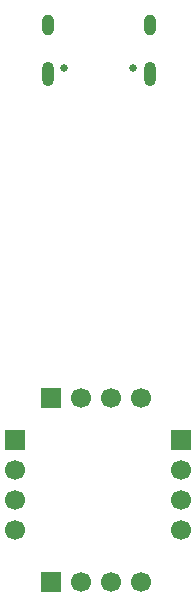
<source format=gbr>
%TF.GenerationSoftware,KiCad,Pcbnew,9.0.4*%
%TF.CreationDate,2025-12-27T15:03:28+03:00*%
%TF.ProjectId,Blinky _hristmas ball,426c696e-6b79-4202-9168-726973746d61,rev?*%
%TF.SameCoordinates,Original*%
%TF.FileFunction,Soldermask,Bot*%
%TF.FilePolarity,Negative*%
%FSLAX46Y46*%
G04 Gerber Fmt 4.6, Leading zero omitted, Abs format (unit mm)*
G04 Created by KiCad (PCBNEW 9.0.4) date 2025-12-27 15:03:28*
%MOMM*%
%LPD*%
G01*
G04 APERTURE LIST*
%ADD10R,1.700000X1.700000*%
%ADD11C,1.700000*%
%ADD12C,0.650000*%
%ADD13O,1.000000X2.100000*%
%ADD14O,1.000000X1.800000*%
G04 APERTURE END LIST*
D10*
%TO.C,X4*%
X88900000Y-82090000D03*
D11*
X88900000Y-84630000D03*
X88900000Y-87170000D03*
X88900000Y-89710000D03*
%TD*%
D10*
%TO.C,X5*%
X91990000Y-78550000D03*
D11*
X94530000Y-78550000D03*
X97070000Y-78550000D03*
X99610000Y-78550000D03*
%TD*%
D10*
%TO.C,X3*%
X91990000Y-94150000D03*
D11*
X94530000Y-94150000D03*
X97070000Y-94150000D03*
X99610000Y-94150000D03*
%TD*%
D10*
%TO.C,X2*%
X103000000Y-82090000D03*
D11*
X103000000Y-84630000D03*
X103000000Y-87170000D03*
X103000000Y-89710000D03*
%TD*%
D12*
%TO.C,X1*%
X98890000Y-50630000D03*
X93110000Y-50630000D03*
D13*
X100320000Y-51130000D03*
D14*
X100320000Y-46950000D03*
D13*
X91680000Y-51130000D03*
D14*
X91680000Y-46950000D03*
%TD*%
M02*

</source>
